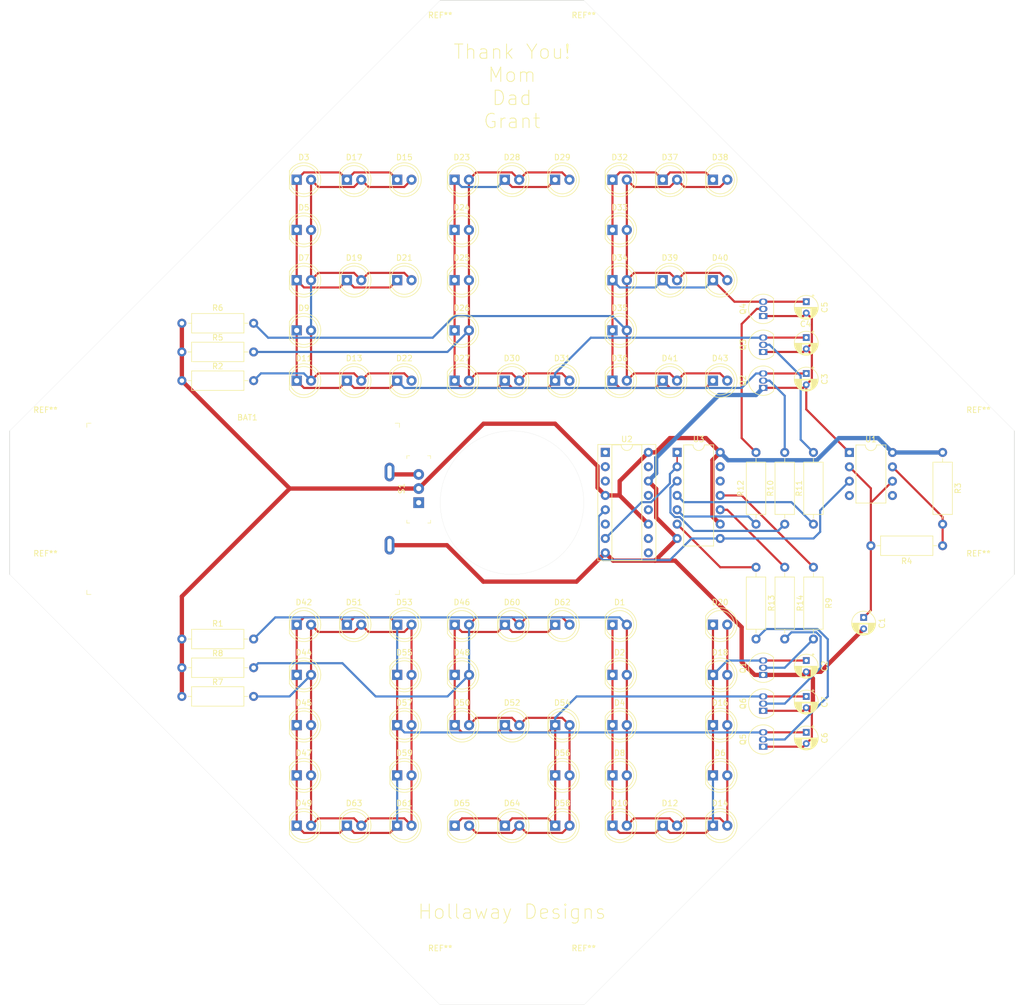
<source format=kicad_pcb>
(kicad_pcb (version 20211014) (generator pcbnew)
  (title_block (title "Grad Cap") (rev "v01") (comment 1 "Author: Grayson Hollaway"))
  (layers (0 "F.Cu" signal) (31 "B.Cu" signal) (34 "B.Paste" user) (35 "F.Paste" user) (36 "B.SilkS" user "B.Silkscreen") (37 "F.SilkS" user "F.Silkscreen") (38 "B.Mask" user) (39 "F.Mask" user) (44 "Edge.Cuts" user))
  (net 0 "")
  (net 2 "VCC")
  (net 3 "Net-(BAT1-PadPOS)")
  (net 4 "GND")
  (net 5 "Net-(D32-Pad2)")
  (net 6 "Net-(D1-Pad2)")
  (net 7 "Net-(D11-Pad2)")
  (net 8 "Net-(R3-Pad2)")
  (net 9 "Net-(C1-Pad1)")
  (net 10 "Net-(D23-Pad2)")
  (net 11 "Net-(D42-Pad2)")
  (net 12 "Net-(D46-Pad2)")
  (net 13 "Net-(Q1-Pad2)")
  (net 14 "Net-(Q2-Pad2)")
  (net 15 "Net-(Q3-Pad2)")
  (net 16 "Net-(Q4-Pad2)")
  (net 17 "Net-(Q5-Pad2)")
  (net 18 "Net-(Q6-Pad2)")
  (net 19 "Net-(R9-Pad1)")
  (net 20 "Net-(R10-Pad1)")
  (net 21 "Net-(R11-Pad1)")
  (net 22 "Net-(R12-Pad1)")
  (net 23 "Net-(R13-Pad1)")
  (net 24 "Net-(R14-Pad1)")
  (net 25 "Net-(U1-Pad3)")
  (net 28 "Net-(U2-Pad7)")
  (net 40 "Net-(C7-Pad1)")
  (net 41 "Net-(C6-Pad1)")
  (net 42 "Net-(C5-Pad1)")
  (net 43 "Net-(C4-Pad1)")
  (net 44 "Net-(C3-Pad1)")
  (net 45 "Net-(C2-Pad1)")
  (footprint "LED_THT:LED_D5.0mm" (layer "F.Cu") (at 151.13 72.39)
    (fp_text reference "D30")
    (fp_text value "LED")
  )
  (footprint "LED_THT:LED_D5.0mm" (layer "F.Cu") (at 170.18 133.35)
    (fp_text reference "D4")
    (fp_text value "LED")
  )
  (footprint "LED_THT:LED_D5.0mm" (layer "F.Cu") (at 170.18 36.83)
    (fp_text reference "D32")
    (fp_text value "LED")
  )
  (footprint "Capacitor_THT:CP_Radial_D4.0mm_P2.00mm" (layer "F.Cu") (at 204.47 128.27 -90)
    (fp_text reference "C7")
    (fp_text value "220uF")
  )
  (footprint "Package_DIP:DIP-8_W7.62mm" (layer "F.Cu") (at 212.1 85.1)
    (fp_text reference "U1")
    (fp_text value "NE555P")
  )
  (footprint "LED_THT:LED_D5.0mm" (layer "F.Cu") (at 187.96 124.46)
    (fp_text reference "D18")
    (fp_text value "LED")
  )
  (footprint "LED_THT:LED_D5.0mm" (layer "F.Cu") (at 187.96 115.57)
    (fp_text reference "D20")
    (fp_text value "LED")
  )
  (footprint "LED_THT:LED_D5.0mm" (layer "F.Cu") (at 187.96 151.13)
    (fp_text reference "D14")
    (fp_text value "LED")
  )
  (footprint "LED_THT:LED_D5.0mm" (layer "F.Cu") (at 114.3 36.83)
    (fp_text reference "D3")
    (fp_text value "LED")
  )
  (footprint "LED_THT:LED_D5.0mm" (layer "F.Cu") (at 114.3 142.24)
    (fp_text reference "D47")
    (fp_text value "LED")
  )
  (footprint "LED_THT:LED_D5.0mm" (layer "F.Cu") (at 123.19 151.13)
    (fp_text reference "D63")
    (fp_text value "LED")
  )
  (footprint "Capacitor_THT:CP_Radial_D4.0mm_P2.00mm" (layer "F.Cu") (at 204.47 71.12 -90)
    (fp_text reference "C3")
    (fp_text value "220uF")
  )
  (footprint "LED_THT:LED_D5.0mm" (layer "F.Cu") (at 114.3 45.72)
    (fp_text reference "D5")
    (fp_text value "LED")
  )
  (footprint "LED_THT:LED_D5.0mm" (layer "F.Cu") (at 170.18 45.72)
    (fp_text reference "D33")
    (fp_text value "LED")
  )
  (footprint "Capacitor_THT:CP_Radial_D4.0mm_P2.00mm" (layer "F.Cu") (at 204.47 134.62 -90)
    (fp_text reference "C6")
    (fp_text value "220uF")
  )
  (footprint "LED_THT:LED_D5.0mm" (layer "F.Cu") (at 142.24 54.61)
    (fp_text reference "D25")
    (fp_text value "LED")
  )
  (footprint "Resistor_THT:R_Axial_DIN0309_L9.0mm_D3.2mm_P12.70mm_Horizontal" (layer "F.Cu") (at 93.98 62.23)
    (fp_text reference "R6")
    (fp_text value "330")
  )
  (footprint "Capacitor_THT:CP_Radial_D4.0mm_P2.00mm" (layer "F.Cu") (at 214.63 114.3 -90)
    (fp_text reference "C1")
    (fp_text value "10uF")
  )
  (footprint "Resistor_THT:R_Axial_DIN0309_L9.0mm_D3.2mm_P12.70mm_Horizontal" (layer "F.Cu") (at 195.58 105.41 -90)
    (fp_text reference "R13")
    (fp_text value "100k")
  )
  (footprint "LED_THT:LED_D5.0mm" (layer "F.Cu") (at 187.96 36.83)
    (fp_text reference "D38")
    (fp_text value "LED")
  )
  (footprint "MountingHole:MountingHole_2.7mm" (layer "F.Cu") (at 69.85 81.28)
    (fp_text reference "REF**")
    (fp_text value "MountingHole_2.7mm")
  )
  (footprint "LED_THT:LED_D5.0mm" (layer "F.Cu") (at 187.96 133.35)
    (fp_text reference "D16")
    (fp_text value "LED")
  )
  (footprint "MountingHole:MountingHole_2.7mm" (layer "F.Cu") (at 69.85 106.68)
    (fp_text reference "REF**")
    (fp_text value "MountingHole_2.7mm")
  )
  (footprint "LED_THT:LED_D5.0mm" (layer "F.Cu") (at 123.19 115.57)
    (fp_text reference "D51")
    (fp_text value "LED")
  )
  (footprint "MountingHole:MountingHole_2.7mm" (layer "F.Cu") (at 234.95 106.68)
    (fp_text reference "REF**")
    (fp_text value "MountingHole_2.7mm")
  )
  (footprint "LED_THT:LED_D5.0mm" (layer "F.Cu") (at 187.96 54.61)
    (fp_text reference "D40")
    (fp_text value "LED")
  )
  (footprint "Resistor_THT:R_Axial_DIN0309_L9.0mm_D3.2mm_P12.70mm_Horizontal" (layer "F.Cu") (at 228.6 85.09 -90)
    (fp_text reference "R3")
    (fp_text value "1k")
  )
  (footprint "LED_THT:LED_D5.0mm" (layer "F.Cu") (at 142.24 45.72)
    (fp_text reference "D24")
    (fp_text value "LED")
  )
  (footprint "Capacitor_THT:CP_Radial_D4.0mm_P2.00mm" (layer "F.Cu") (at 204.47 121.92 -90)
    (fp_text reference "C2")
    (fp_text value "220uF")
  )
  (footprint "Capacitor_THT:CP_Radial_D4.0mm_P2.00mm" (layer "F.Cu") (at 204.47 58.42 -90)
    (fp_text reference "C5")
    (fp_text value "220uF")
  )
  (footprint "LED_THT:LED_D5.0mm" (layer "F.Cu") (at 151.13 36.83)
    (fp_text reference "D28")
    (fp_text value "LED")
  )
  (footprint "LED_THT:LED_D5.0mm" (layer "F.Cu") (at 132.08 72.39)
    (fp_text reference "D22")
    (fp_text value "LED")
  )
  (footprint "LED_THT:LED_D5.0mm" (layer "F.Cu") (at 132.08 36.83)
    (fp_text reference "D15")
    (fp_text value "LED")
  )
  (footprint "LED_THT:LED_D5.0mm" (layer "F.Cu") (at 170.18 115.57)
    (fp_text reference "D1")
    (fp_text value "LED")
  )
  (footprint "Package_TO_SOT_THT:TO-92_Inline" (layer "F.Cu") (at 196.85 124.46 90)
    (fp_text reference "Q1")
    (fp_text value "2N3904")
  )
  (footprint "LED_THT:LED_D5.0mm" (layer "F.Cu") (at 151.150011 151.13)
    (fp_text reference "D64")
    (fp_text value "LED")
  )
  (footprint "LED_THT:LED_D5.0mm" (layer "F.Cu") (at 142.260011 133.35)
    (fp_text reference "D50")
    (fp_text value "LED")
  )
  (footprint "LED_THT:LED_D5.0mm" (layer "F.Cu") (at 151.150011 115.57)
    (fp_text reference "D60")
    (fp_text value "LED")
  )
  (footprint "LED_THT:LED_D5.0mm" (layer "F.Cu") (at 179.07 36.83)
    (fp_text reference "D37")
    (fp_text value "LED")
  )
  (footprint "LED_THT:LED_D5.0mm" (layer "F.Cu") (at 132.08 151.13)
    (fp_text reference "D61")
    (fp_text value "LED")
  )
  (footprint "LED_THT:LED_D5.0mm" (layer "F.Cu") (at 160.040011 151.13)
    (fp_text reference "D58")
    (fp_text value "LED")
  )
  (footprint "LED_THT:LED_D5.0mm" (layer "F.Cu") (at 114.3 124.46)
    (fp_text reference "D44")
    (fp_text value "LED")
  )
  (footprint "Package_TO_SOT_THT:TO-92_Inline" (layer "F.Cu") (at 196.85 137.16 90)
    (fp_text reference "Q5")
    (fp_text value "2N3904")
  )
  (footprint "MountingHole:MountingHole_2.7mm" (layer "F.Cu") (at 165.1 11.43)
    (fp_text reference "REF**")
    (fp_text value "MountingHole_2.7mm")
  )
  (footprint "LED_THT:LED_D5.0mm" (layer "F.Cu") (at 132.08 54.61)
    (fp_text reference "D21")
    (fp_text value "LED")
  )
  (footprint "LED_THT:LED_D5.0mm" (layer "F.Cu") (at 170.18 72.39)
    (fp_text reference "D36")
    (fp_text value "LED")
  )
  (footprint "LED_THT:LED_D5.0mm" (layer "F.Cu") (at 160.02 72.39)
    (fp_text reference "D31")
    (fp_text value "LED")
  )
  (footprint "Resistor_THT:R_Axial_DIN0309_L9.0mm_D3.2mm_P12.70mm_Horizontal" (layer "F.Cu") (at 200.66 97.79 90)
    (fp_text reference "R10")
    (fp_text value "100k")
  )
  (footprint "Package_TO_SOT_THT:TO-92_Inline" (layer "F.Cu") (at 196.85 73.66 90)
    (fp_text reference "Q2")
    (fp_text value "2N3904")
  )
  (footprint "LED_THT:LED_D5.0mm" (layer "F.Cu") (at 170.18 63.5)
    (fp_text reference "D35")
    (fp_text value "LED")
  )
  (footprint "Package_DIP:DIP-14_W7.62mm" (layer "F.Cu") (at 181.620008 85.079992)
    (fp_text reference "U3")
    (fp_text value "74HC164")
  )
  (footprint "LED_THT:LED_D5.0mm" (layer "F.Cu") (at 160.02 36.83)
    (fp_text reference "D29")
    (fp_text value "LED")
  )
  (footprint "LED_THT:LED_D5.0mm" (layer "F.Cu") (at 151.150011 133.35)
    (fp_text reference "D52")
    (fp_text value "LED")
  )
  (footprint "MountingHole:MountingHole_2.7mm" (layer "F.Cu") (at 234.95 81.28)
    (fp_text reference "REF**")
    (fp_text value "MountingHole_2.7mm")
  )
  (footprint "Resistor_THT:R_Axial_DIN0309_L9.0mm_D3.2mm_P12.70mm_Horizontal" (layer "F.Cu") (at 93.98 72.39)
    (fp_text reference "R2")
    (fp_text value "330")
  )
  (footprint "MountingHole:MountingHole_2.7mm" (layer "F.Cu") (at 139.7 11.43)
    (fp_text reference "REF**")
    (fp_text value "MountingHole_2.7mm")
  )
  (footprint "LED_THT:LED_D5.0mm" (layer "F.Cu") (at 114.3 115.57)
    (fp_text reference "D42")
    (fp_text value "LED")
  )
  (footprint "LED_THT:LED_D5.0mm" (layer "F.Cu") (at 170.18 142.24)
    (fp_text reference "D8")
    (fp_text value "LED")
  )
  (footprint "LED_THT:LED_D5.0mm" (layer "F.Cu") (at 170.18 151.13)
    (fp_text reference "D10")
    (fp_text value "LED")
  )
  (footprint "LED_THT:LED_D5.0mm" (layer "F.Cu") (at 114.3 54.61)
    (fp_text reference "D7")
    (fp_text value "LED")
  )
  (footprint "LED_THT:LED_D5.0mm" (layer "F.Cu") (at 132.08 115.57)
    (fp_text reference "D53")
    (fp_text value "LED")
  )
  (footprint "LED_THT:LED_D5.0mm" (layer "F.Cu") (at 160.040011 142.24)
    (fp_text reference "D56")
    (fp_text value "LED")
  )
  (footprint "LED_THT:LED_D5.0mm" (layer "F.Cu") (at 142.260011 151.13)
    (fp_text reference "D65")
    (fp_text value "LED")
  )
  (footprint "Resistor_THT:R_Axial_DIN0309_L9.0mm_D3.2mm_P12.70mm_Horizontal" (layer "F.Cu") (at 228.6 101.6 180)
    (fp_text reference "R4")
    (fp_text value "100k")
  )
  (footprint "LED_THT:LED_D5.0mm" (layer "F.Cu") (at 142.260011 115.57)
    (fp_text reference "D46")
    (fp_text value "LED")
  )
  (footprint "LED_THT:LED_D5.0mm" (layer "F.Cu") (at 160.040011 133.35)
    (fp_text reference "D54")
    (fp_text value "LED")
  )
  (footprint "LED_THT:LED_D5.0mm" (layer "F.Cu") (at 179.07 72.39)
    (fp_text reference "D41")
    (fp_text value "LED")
  )
  (footprint "LED_THT:LED_D5.0mm" (layer "F.Cu") (at 187.96 72.39)
    (fp_text reference "D43")
    (fp_text value "LED")
  )
  (footprint "MountingHole:MountingHole_2.7mm" (layer "F.Cu") (at 165.1 176.53)
    (fp_text reference "REF**")
    (fp_text value "MountingHole_2.7mm")
  )
  (footprint "Resistor_THT:R_Axial_DIN0309_L9.0mm_D3.2mm_P12.70mm_Horizontal" (layer "F.Cu") (at 93.98 118.11)
    (fp_text reference "R1")
    (fp_text value "330")
  )
  (footprint "Package_TO_SOT_THT:TO-92_Inline" (layer "F.Cu") (at 196.85 60.96 90)
    (fp_text reference "Q4")
    (fp_text value "2N3904")
  )
  (footprint "LED_THT:LED_D5.0mm" (layer "F.Cu") (at 142.24 36.83)
    (fp_text reference "D23")
    (fp_text value "LED")
  )
  (footprint "digikey-footprints:Battery_Holder_9V_BC9VPC-ND" (layer "F.Cu") (at 118.11 83.82)
    (fp_text reference "BAT1")
    (fp_text value "BC9VPC")
  )
  (footprint "LED_THT:LED_D5.0mm" (layer "F.Cu") (at 123.19 54.61)
    (fp_text reference "D19")
    (fp_text value "LED")
  )
  (footprint "digikey-footprints:Switch_Slide_11.6x4mm_EG1218" (layer "F.Cu") (at 135.89 93.98 90)
    (fp_text reference "S1")
    (fp_text value "EG1218")
  )
  (footprint "LED_THT:LED_D5.0mm" (layer "F.Cu") (at 123.19 72.39)
    (fp_text reference "D13")
    (fp_text value "LED")
  )
  (footprint "LED_THT:LED_D5.0mm" (layer "F.Cu") (at 179.07 151.13)
    (fp_text reference "D12")
    (fp_text value "LED")
  )
  (footprint "LED_THT:LED_D5.0mm" (layer "F.Cu") (at 114.3 72.39)
    (fp_text reference "D11")
    (fp_text value "LED")
  )
  (footprint "LED_THT:LED_D5.0mm" (layer "F.Cu") (at 187.96 142.24)
    (fp_text reference "D6")
    (fp_text value "LED")
  )
  (footprint "LED_THT:LED_D5.0mm" (layer "F.Cu") (at 132.08 142.24)
    (fp_text reference "D59")
    (fp_text value "LED")
  )
  (footprint "Capacitor_THT:CP_Radial_D4.0mm_P2.00mm" (layer "F.Cu") (at 204.47 64.77 -90)
    (fp_text reference "C4")
    (fp_text value "220uF")
  )
  (footprint "LED_THT:LED_D5.0mm" (layer "F.Cu") (at 142.24 63.5)
    (fp_text reference "D26")
    (fp_text value "LED")
  )
  (footprint "Package_DIP:DIP-16_W7.62mm_Socket" (layer "F.Cu") (at 168.91 85.08)
    (fp_text reference "U2")
    (fp_text value "74LS193")
  )
  (footprint "LED_THT:LED_D5.0mm" (layer "F.Cu") (at 160.040011 115.57)
    (fp_text reference "D62")
    (fp_text value "LED")
  )
  (footprint "LED_THT:LED_D5.0mm" (layer "F.Cu") (at 170.18 54.61)
    (fp_text reference "D34")
    (fp_text value "LED")
  )
  (footprint "LED_THT:LED_D5.0mm" (layer "F.Cu") (at 123.19 36.83)
    (fp_text reference "D17")
    (fp_text value "LED")
  )
  (footprint "Resistor_THT:R_Axial_DIN0309_L9.0mm_D3.2mm_P12.70mm_Horizontal" (layer "F.Cu") (at 195.58 97.79 90)
    (fp_text reference "R12")
    (fp_text value "100k")
  )
  (footprint "Resistor_THT:R_Axial_DIN0309_L9.0mm_D3.2mm_P12.70mm_Horizontal" (layer "F.Cu") (at 93.98 128.27)
    (fp_text reference "R7")
    (fp_text value "330")
  )
  (footprint "Package_TO_SOT_THT:TO-92_Inline" (layer "F.Cu") (at 196.85 67.31 90)
    (fp_text reference "Q3")
    (fp_text value "2N3904")
  )
  (footprint "LED_THT:LED_D5.0mm" (layer "F.Cu") (at 114.3 133.35)
    (fp_text reference "D45")
    (fp_text value "LED")
  )
  (footprint "Resistor_THT:R_Axial_DIN0309_L9.0mm_D3.2mm_P12.70mm_Horizontal" (layer "F.Cu") (at 93.98 67.31)
    (fp_text reference "R5")
    (fp_text value "330")
  )
  (footprint "Resistor_THT:R_Axial_DIN0309_L9.0mm_D3.2mm_P12.70mm_Horizontal" (layer "F.Cu") (at 200.66 105.41 -90)
    (fp_text reference "R14")
    (fp_text value "100k")
  )
  (footprint "Resistor_THT:R_Axial_DIN0309_L9.0mm_D3.2mm_P12.70mm_Horizontal" (layer "F.Cu") (at 205.74 105.41 -90)
    (fp_text reference "R9")
    (fp_text value "100k")
  )
  (footprint "LED_THT:LED_D5.0mm" (layer "F.Cu") (at 170.18 124.46)
    (fp_text reference "D2")
    (fp_text value "LED")
  )
  (footprint "LED_THT:LED_D5.0mm" (layer "F.Cu") (at 142.24 72.39)
    (fp_text reference "D27")
    (fp_text value "LED")
  )
  (footprint "Resistor_THT:R_Axial_DIN0309_L9.0mm_D3.2mm_P12.70mm_Horizontal" (layer "F.Cu") (at 205.74 97.79 90)
    (fp_text reference "R11")
    (fp_text value "100k")
  )
  (footprint "Resistor_THT:R_Axial_DIN0309_L9.0mm_D3.2mm_P12.70mm_Horizontal" (layer "F.Cu") (at 93.98 123.19)
    (fp_text reference "R8")
    (fp_text value "330")
  )
  (footprint "LED_THT:LED_D5.0mm" (layer "F.Cu") (at 179.07 54.61)
    (fp_text reference "D39")
    (fp_text value "LED")
  )
  (footprint "LED_THT:LED_D5.0mm" (layer "F.Cu") (at 114.3 151.13)
    (fp_text reference "D49")
    (fp_text value "LED")
  )
  (footprint "MountingHole:MountingHole_2.7mm" (layer "F.Cu") (at 139.7 176.53)
    (fp_text reference "REF**")
    (fp_text value "MountingHole_2.7mm")
  )
  (footprint "LED_THT:LED_D5.0mm" (layer "F.Cu") (at 142.260011 124.46)
    (fp_text reference "D48")
    (fp_text value "LED")
  )
  (footprint "LED_THT:LED_D5.0mm" (layer "F.Cu") (at 132.08 133.35)
    (fp_text reference "D57")
    (fp_text value "LED")
  )
  (footprint "Package_TO_SOT_THT:TO-92_Inline" (layer "F.Cu") (at 196.85 130.81 90)
    (fp_text reference "Q6")
    (fp_text value "2N3904")
  )
  (footprint "LED_THT:LED_D5.0mm" (layer "F.Cu") (at 114.3 63.5)
    (fp_text reference "D9")
    (fp_text value "LED")
  )
  (footprint "LED_THT:LED_D5.0mm" (layer "F.Cu") (at 132.08 124.46)
    (fp_text reference "D55")
    (fp_text value "LED")
  )
  (gr_circle (center 152.4 93.98) (end 165.1 93.98) (layer "Edge.Cuts") (width 0.0254) (fill none))
  (gr_line (start 63.5 81.28) (end 139.7 5.08) (layer "Edge.Cuts") (width 0.0254))
  (gr_line (start 139.7 182.88) (end 165.1 182.88) (layer "Edge.Cuts") (width 0.1))
  (gr_line (start 241.3 106.68) (end 165.1 182.88) (layer "Edge.Cuts") (width 0.0254))
  (gr_line (start 139.7 182.88) (end 63.5 106.68) (layer "Edge.Cuts") (width 0.0254))
  (gr_line (start 63.5 81.28) (end 63.5 106.68) (layer "Edge.Cuts") (width 0.1))
  (gr_line (start 241.3 106.68) (end 241.3 81.28) (layer "Edge.Cuts") (width 0.1))
  (gr_line (start 165.1 5.08) (end 241.3 81.28) (layer "Edge.Cuts") (width 0.0254))
  (gr_line (start 165.1 5.08) (end 139.7 5.08) (layer "Edge.Cuts") (width 0.1))
  (gr_text "Hollaway Designs" (at 152.4 166.37) (layer "F.SilkS") (effects (font (size 2.54 2.54))))
  (gr_text "Thank You!\nMom\nDad\nGrant" (at 152.4 20.32) (layer "F.SilkS") (effects (font (size 2.54 2.54))))
  (segment (start 113.07 91.48) (end 93.98 72.39) (width 0.762) (layer "F.Cu") (net 2))
  (segment (start 171.45 90.16) (end 176.53 85.08) (width 0.762) (layer "F.Cu") (net 2))
  (segment (start 93.98 118.11) (end 93.98 110.57) (width 0.762) (layer "F.Cu") (net 2))
  (segment (start 167.529489 91.319489) (end 168.91 92.7) (width 0.762) (layer "F.Cu") (net 2))
  (segment (start 177.81 85.08) (end 180.34 82.55) (width 0.762) (layer "F.Cu") (net 2))
  (segment (start 168.91 92.7) (end 171.45 92.7) (width 0.762) (layer "F.Cu") (net 2))
  (segment (start 171.45 92.7) (end 171.45 90.16) (width 0.762) (layer "F.Cu") (net 2))
  (segment (start 180.34 82.55) (end 186.71 82.55) (width 0.762) (layer "F.Cu") (net 2))
  (segment (start 167.529489 87.519489) (end 167.529489 91.319489) (width 0.762) (layer "F.Cu") (net 2))
  (segment (start 176.53 85.08) (end 177.81 85.08) (width 0.762) (layer "F.Cu") (net 2))
  (segment (start 93.98 128.27) (end 93.98 123.19) (width 0.762) (layer "F.Cu") (net 2))
  (segment (start 93.98 110.57) (end 113.07 91.48) (width 0.762) (layer "F.Cu") (net 2))
  (segment (start 93.98 67.31) (end 93.98 62.23) (width 0.762) (layer "F.Cu") (net 2))
  (segment (start 93.98 118.11) (end 93.98 123.19) (width 0.762) (layer "F.Cu") (net 2))
  (segment (start 187.859489 96.399489) (end 189.24 97.78) (width 0.762) (layer "F.Cu") (net 2))
  (segment (start 93.98 72.39) (end 93.98 67.31) (width 0.762) (layer "F.Cu") (net 2))
  (segment (start 186.71 82.55) (end 189.24 85.08) (width 0.762) (layer "F.Cu") (net 2))
  (segment (start 171.45 92.7) (end 176.53 97.78) (width 0.762) (layer "F.Cu") (net 2))
  (segment (start 135.89 91.48) (end 113.07 91.48) (width 0.762) (layer "F.Cu") (net 2))
  (segment (start 187.859489 86.460511) (end 187.859489 96.399489) (width 0.762) (layer "F.Cu") (net 2))
  (segment (start 135.89 91.48) (end 147.36 80.01) (width 0.762) (layer "F.Cu") (net 2))
  (segment (start 147.36 80.01) (end 160.02 80.01) (width 0.762) (layer "F.Cu") (net 2))
  (segment (start 189.24 85.08) (end 187.859489 86.460511) (width 0.762) (layer "F.Cu") (net 2))
  (segment (start 160.02 80.01) (end 167.529489 87.519489) (width 0.762) (layer "F.Cu") (net 2))
  (segment (start 219.72 85.1) (end 228.59 85.1) (width 0.762) (layer "B.Cu") (net 2))
  (segment (start 206.311827 86.470511) (end 190.630511 86.470511) (width 0.762) (layer "B.Cu") (net 2))
  (segment (start 210.232338 82.55) (end 206.311827 86.470511) (width 0.762) (layer "B.Cu") (net 2))
  (segment (start 210.232338 82.55) (end 217.17 82.55) (width 0.762) (layer "B.Cu") (net 2))
  (segment (start 228.59 85.1) (end 228.6 85.09) (width 0.762) (layer "B.Cu") (net 2))
  (segment (start 190.630511 86.470511) (end 189.24 85.08) (width 0.762) (layer "B.Cu") (net 2))
  (segment (start 217.17 82.55) (end 219.72 85.1) (width 0.762) (layer "B.Cu") (net 2))
  (segment (start 131.15 88.98) (end 130.73 88.56) (width 0.762) (layer "F.Cu") (net 3))
  (segment (start 135.89 88.98) (end 131.15 88.98) (width 0.762) (layer "F.Cu") (net 3))
  (segment (start 204.47 123.92) (end 207.01 123.92) (width 0.762) (layer "F.Cu") (net 4))
  (segment (start 168.91 102.86) (end 170.290511 104.240511) (width 0.762) (layer "F.Cu") (net 4))
  (segment (start 196.85 124.46) (end 203.93 124.46) (width 0.762) (layer "F.Cu") (net 4))
  (segment (start 205.460011 67.760011) (end 205.460011 72.129989) (width 0.381) (layer "F.Cu") (net 4))
  (segment (start 203.93 67.31) (end 204.47 66.77) (width 0.381) (layer "F.Cu") (net 4))
  (segment (start 163.82 107.95) (end 168.91 102.86) (width 0.762) (layer "F.Cu") (net 4))
  (segment (start 177.910511 96.610511) (end 177.910511 91.540511) (width 0.762) (layer "F.Cu") (net 4))
  (segment (start 140.88 101.51) (end 147.32 107.95) (width 0.762) (layer "F.Cu") (net 4))
  (segment (start 193.04 116.01624) (end 193.04 122.162) (width 0.762) (layer "F.Cu") (net 4))
  (segment (start 177.910511 91.540511) (end 176.53 90.16) (width 0.762) (layer "F.Cu") (net 4))
  (segment (start 195.338 124.46) (end 196.85 124.46) (width 0.762) (layer "F.Cu") (net 4))
  (segment (start 196.85 60.96) (end 203.93 60.96) (width 0.381) (layer "F.Cu") (net 4))
  (segment (start 207.01 123.92) (end 214.63 116.3) (width 0.762) (layer "F.Cu") (net 4))
  (segment (start 203.93 130.81) (end 204.47 130.27) (width 0.381) (layer "F.Cu") (net 4))
  (segment (start 203.93 60.96) (end 204.47 60.42) (width 0.381) (layer "F.Cu") (net 4))
  (segment (start 205.650511 125.100511) (end 205.650511 129.938017) (width 0.762) (layer "F.Cu") (net 4))
  (segment (start 205.318528 130.27) (end 204.47 130.27) (width 0.762) (layer "F.Cu") (net 4))
  (segment (start 196.85 137.16) (end 203.93 137.16) (width 0.381) (layer "F.Cu") (net 4))
  (segment (start 181.264271 104.240511) (end 193.04 116.01624) (width 0.762) (layer "F.Cu") (net 4))
  (segment (start 177.699489 104.240511) (end 181.264271 104.240511) (width 0.762) (layer "F.Cu") (net 4))
  (segment (start 204.47 66.77) (end 205.460011 67.760011) (width 0.381) (layer "F.Cu") (net 4))
  (segment (start 196.85 130.81) (end 203.93 130.81) (width 0.381) (layer "F.Cu") (net 4))
  (segment (start 196.85 67.31) (end 203.93 67.31) (width 0.381) (layer "F.Cu") (net 4))
  (segment (start 205.460011 135.629989) (end 204.47 136.62) (width 0.381) (layer "F.Cu") (net 4))
  (segment (start 204.47 73.12) (end 204.47 77.47) (width 0.381) (layer "F.Cu") (net 4))
  (segment (start 203.93 124.46) (end 204.47 123.92) (width 0.762) (layer "F.Cu") (net 4))
  (segment (start 177.699489 104.240511) (end 181.62 100.32) (width 0.762) (layer "F.Cu") (net 4))
  (segment (start 205.460011 65.779989) (end 204.47 66.77) (width 0.381) (layer "F.Cu") (net 4))
  (segment (start 204.47 60.42) (end 205.460011 61.410011) (width 0.381) (layer "F.Cu") (net 4))
  (segment (start 205.460011 131.260011) (end 205.460011 135.629989) (width 0.381) (layer "F.Cu") (net 4))
  (segment (start 205.650511 129.938017) (end 205.318528 130.27) (width 0.762) (layer "F.Cu") (net 4))
  (segment (start 147.32 107.95) (end 163.82 107.95) (width 0.762) (layer "F.Cu") (net 4))
  (segment (start 205.460011 72.129989) (end 204.47 73.12) (width 0.381) (layer "F.Cu") (net 4))
  (segment (start 203.93 73.66) (end 204.47 73.12) (width 0.381) (layer "F.Cu") (net 4))
  (segment (start 204.47 123.92) (end 205.650511 125.100511) (width 0.762) (layer "F.Cu") (net 4))
  (segment (start 204.47 130.27) (end 205.460011 131.260011) (width 0.381) (layer "F.Cu") (net 4))
  (segment (start 196.85 73.66) (end 203.93 73.66) (width 0.381) (layer "F.Cu") (net 4))
  (segment (start 203.93 137.16) (end 204.47 136.62) (width 0.381) (layer "F.Cu") (net 4))
  (segment (start 205.460011 61.410011) (end 205.460011 65.779989) (width 0.381) (layer "F.Cu") (net 4))
  (segment (start 204.47 77.47) (end 212.1 85.1) (width 0.381) (layer "F.Cu") (net 4))
  (segment (start 193.04 122.162) (end 195.338 124.46) (width 0.762) (layer "F.Cu") (net 4))
  (segment (start 170.290511 104.240511) (end 177.699489 104.240511) (width 0.762) (layer "F.Cu") (net 4))
  (segment (start 130.73 101.51) (end 140.88 101.51) (width 0.762) (layer "F.Cu") (net 4))
  (segment (start 181.62 100.32) (end 177.910511 96.610511) (width 0.762) (layer "F.Cu") (net 4))
  (segment (start 177.910511 88.779489) (end 177.910511 86.028467) (width 0.762) (layer "B.Cu") (net 4))
  (segment (start 189.008978 74.93) (end 195.58 74.93) (width 0.762) (layer "B.Cu") (net 4))
  (segment (start 176.53 90.16) (end 177.910511 88.779489) (width 0.762) (layer "B.Cu") (net 4))
  (segment (start 177.910511 86.028467) (end 189.008978 74.93) (width 0.762) (layer "B.Cu") (net 4))
  (segment (start 195.58 74.93) (end 196.85 73.66) (width 0.762) (layer "B.Cu") (net 4))
  (segment (start 189.209989 53.319989) (end 190.5 54.61) (width 0.381) (layer "F.Cu") (net 5))
  (segment (start 181.61 72.39) (end 182.900011 71.099989) (width 0.381) (layer "F.Cu") (net 5))
  (segment (start 172.72 54.61) (end 172.72 63.5) (width 0.381) (layer "F.Cu") (net 5))
  (segment (start 172.72 63.5) (end 172.72 72.39) (width 0.381) (layer "F.Cu") (net 5))
  (segment (start 182.900011 71.099989) (end 189.209989 71.099989) (width 0.381) (layer "F.Cu") (net 5))
  (segment (start 189.209989 71.099989) (end 190.5 72.39) (width 0.381) (layer "F.Cu") (net 5))
  (segment (start 172.72 45.72) (end 172.72 54.61) (width 0.381) (layer "F.Cu") (net 5))
  (segment (start 174.010011 38.120011) (end 172.72 36.83) (width 0.381) (layer "F.Cu") (net 5))
  (segment (start 182.900011 38.120011) (end 181.61 36.83) (width 0.381) (layer "F.Cu") (net 5))
  (segment (start 182.900011 53.319989) (end 189.209989 53.319989) (width 0.381) (layer "F.Cu") (net 5))
  (segment (start 174.010011 71.099989) (end 180.319989 71.099989) (width 0.381) (layer "F.Cu") (net 5))
  (segment (start 180.319989 71.099989) (end 181.61 72.39) (width 0.381) (layer "F.Cu") (net 5))
  (segment (start 180.319989 38.120011) (end 174.010011 38.120011) (width 0.381) (layer "F.Cu") (net 5))
  (segment (start 172.72 72.39) (end 174.010011 71.099989) (width 0.381) (layer "F.Cu") (net 5))
  (segment (start 181.61 54.61) (end 182.900011 53.319989) (width 0.381) (layer "F.Cu") (net 5))
  (segment (start 172.72 36.83) (end 172.72 45.72) (width 0.381) (layer "F.Cu") (net 5))
  (segment (start 190.5 36.83) (end 189.209989 38.120011) (width 0.381) (layer "F.Cu") (net 5))
  (segment (start 180.319989 53.319989) (end 181.61 54.61) (width 0.381) (layer "F.Cu") (net 5))
  (segment (start 172.72 54.61) (end 174.010011 53.319989) (width 0.381) (layer "F.Cu") (net 5))
  (segment (start 189.209989 38.120011) (end 182.900011 38.120011) (width 0.381) (layer "F.Cu") (net 5))
  (segment (start 174.010011 53.319989) (end 180.319989 53.319989) (width 0.381) (layer "F.Cu") (net 5))
  (segment (start 181.61 36.83) (end 180.319989 38.120011) (width 0.381) (layer "F.Cu") (net 5))
  (segment (start 109.240011 64.790011) (end 138.369967 64.790011) (width 0.381) (layer "B.Cu") (net 5))
  (segment (start 138.369967 64.790011) (end 142.199978 60.96) (width 0.381) (layer "B.Cu") (net 5))
  (segment (start 106.68 62.23) (end 109.240011 64.790011) (width 0.381) (layer "B.Cu") (net 5))
  (segment (start 142.199978 60.96) (end 170.18 60.96) (width 0.381) (layer "B.Cu") (net 5))
  (segment (start 170.18 60.96) (end 172.72 63.5) (width 0.381) (layer "B.Cu") (net 5))
  (segment (start 172.72 142.24) (end 172.72 133.35) (width 0.381) (layer "F.Cu") (net 6))
  (segment (start 190.5 151.13) (end 190.5 142.24) (width 0.381) (layer "F.Cu") (net 6))
  (segment (start 190.5 133.35) (end 190.5 142.24) (width 0.381) (layer "F.Cu") (net 6))
  (segment (start 190.5 115.57) (end 190.5 124.46) (width 0.381) (layer "F.Cu") (net 6))
  (segment (start 189.209989 149.839989) (end 190.5 151.13) (width 0.381) (layer "F.Cu") (net 6))
  (segment (start 182.900011 149.839989) (end 189.209989 149.839989) (width 0.381) (layer "F.Cu") (net 6))
  (segment (start 172.72 151.13) (end 174.010011 149.839989) (width 0.381) (layer "F.Cu") (net 6))
  (segment (start 190.5 133.35) (end 190.5 124.46) (width 0.381) (layer "F.Cu") (net 6))
  (segment (start 172.72 151.13) (end 172.72 142.24) (width 0.381) (layer "F.Cu") (net 6))
  (segment (start 180.319989 149.839989) (end 181.61 151.13) (width 0.381) (layer "F.Cu") (net 6))
  (segment (start 172.72 124.46) (end 172.72 115.57) (width 0.381) (layer "F.Cu") (net 6))
  (segment (start 174.010011 149.839989) (end 180.319989 149.839989) (width 0.381) (layer "F.Cu") (net 6))
  (segment (start 172.72 133.35) (end 172.72 124.46) (width 0.381) (layer "F.Cu") (net 6))
  (segment (start 181.61 151.13) (end 182.900011 149.839989) (width 0.381) (layer "F.Cu") (net 6))
  (segment (start 106.68 118.11) (end 110.510011 114.279989) (width 0.381) (layer "B.Cu") (net 6))
  (segment (start 110.510011 114.279989) (end 171.429989 114.279989) (width 0.381) (layer "B.Cu") (net 6))
  (segment (start 171.429989 114.279989) (end 172.72 115.57) (width 0.381) (layer "B.Cu") (net 6))
  (segment (start 118.130011 53.319989) (end 124.439989 53.319989) (width 0.381) (layer "F.Cu") (net 7))
  (segment (start 125.73 72.39) (end 127.020011 71.099989) (width 0.381) (layer "F.Cu") (net 7))
  (segment (start 116.84 45.72) (end 116.84 54.61) (width 0.381) (layer "F.Cu") (net 7))
  (segment (start 133.329989 71.099989) (end 134.62 72.39) (width 0.381) (layer "F.Cu") (net 7))
  (segment (start 127.020011 38.120011) (end 125.73 36.83) (width 0.381) (layer "F.Cu") (net 7))
  (segment (start 124.439989 53.319989) (end 125.73 54.61) (width 0.381) (layer "F.Cu") (net 7))
  (segment (start 116.84 63.5) (end 116.84 72.39) (width 0.381) (layer "F.Cu") (net 7))
  (segment (start 118.130011 71.099989) (end 124.439989 71.099989) (width 0.381) (layer "F.Cu") (net 7))
  (segment (start 116.84 36.83) (end 116.84 45.72) (width 0.381) (layer "F.Cu") (net 7))
  (segment (start 127.020011 71.099989) (end 133.329989 71.099989) (width 0.381) (layer "F.Cu") (net 7))
  (segment (start 125.73 36.83) (end 124.439989 38.120011) (width 0.381) (layer "F.Cu") (net 7))
  (segment (start 127.020011 53.319989) (end 133.329989 53.319989) (width 0.381) (layer "F.Cu") (net 7))
  (segment (start 134.62 36.83) (end 133.329989 38.120011) (width 0.381) (layer "F.Cu") (net 7))
  (segment (start 124.439989 71.099989) (end 125.73 72.39) (width 0.381) (layer "F.Cu") (net 7))
  (segment (start 118.130011 38.120011) (end 116.84 36.83) (width 0.381) (layer "F.Cu") (net 7))
  (segment (start 116.84 72.39) (end 118.130011 71.099989) (width 0.381) (layer "F.Cu") (net 7))
  (segment (start 133.329989 53.319989) (end 134.62 54.61) (width 0.381) (layer "F.Cu") (net 7))
  (segment (start 125.73 54.61) (end 127.020011 53.319989) (width 0.381) (layer "F.Cu") (net 7))
  (segment (start 133.329989 38.120011) (end 127.020011 38.120011) (width 0.381) (layer "F.Cu") (net 7))
  (segment (start 124.439989 38.120011) (end 118.130011 38.120011) (width 0.381) (layer "F.Cu") (net 7))
  (segment (start 116.84 54.61) (end 118.130011 53.319989) (width 0.381) (layer "F.Cu") (net 7))
  (segment (start 106.68 72.39) (end 107.970011 71.099989) (width 0.381) (layer "B.Cu") (net 7))
  (segment (start 115.549989 71.099989) (end 116.84 72.39) (width 0.381) (layer "B.Cu") (net 7))
  (segment (start 116.84 54.61) (end 116.84 63.5) (width 0.381) (layer "B.Cu") (net 7))
  (segment (start 107.970011 71.099989) (end 115.549989 71.099989) (width 0.381) (layer "B.Cu") (net 7))
  (segment (start 228.6 97.79) (end 228.6 101.6) (width 0.381) (layer "F.Cu") (net 8))
  (segment (start 219.72 87.64) (end 228.6 96.52) (width 0.381) (layer "F.Cu") (net 8))
  (segment (start 228.6 96.52) (end 228.6 97.79) (width 0.381) (layer "F.Cu") (net 8))
  (segment (start 219.72 90.18) (end 215.9 94) (width 0.381) (layer "F.Cu") (net 9))
  (segment (start 215.9 91.44) (end 212.1 87.64) (width 0.381) (layer "F.Cu") (net 9))
  (segment (start 215.9 94) (end 215.9 91.44) (width 0.381) (layer "F.Cu") (net 9))
  (segment (start 215.9 101.6) (end 215.9 113.03) (width 0.381) (layer "F.Cu") (net 9))
  (segment (start 215.9 113.03) (end 214.63 114.3) (width 0.381) (layer "F.Cu") (net 9))
  (segment (start 215.9 94) (end 215.9 101.6) (width 0.381) (layer "F.Cu") (net 9))
  (segment (start 153.67 36.83) (end 152.379989 35.539989) (width 0.381) (layer "F.Cu") (net 10))
  (segment (start 144.78 45.72) (end 144.78 54.61) (width 0.381) (layer "F.Cu") (net 10))
  (segment (start 144.78 54.61) (end 144.78 63.5) (width 0.381) (layer "F.Cu") (net 10))
  (segment (start 152.379989 35.539989) (end 146.070011 35.539989) (width 0.381) (layer "F.Cu") (net 10))
  (segment (start 144.78 63.5) (end 144.78 72.39) (width 0.381) (layer "F.Cu") (net 10))
  (segment (start 144.78 72.39) (end 146.070011 71.099989) (width 0.381) (layer "F.Cu") (net 10))
  (segment (start 152.379989 71.099989) (end 153.67 72.39) (width 0.381) (layer "F.Cu") (net 10))
  (segment (start 161.269989 35.539989) (end 154.960011 35.539989) (width 0.381) (layer "F.Cu") (net 10))
  (segment (start 146.070011 71.099989) (end 152.379989 71.099989) (width 0.381) (layer "F.Cu") (net 10))
  (segment (start 154.960011 35.539989) (end 153.67 36.83) (width 0.381) (layer "F.Cu") (net 10))
  (segment (start 153.67 72.39) (end 154.960011 71.099989) (width 0.381) (layer "F.Cu") (net 10))
  (segment (start 146.070011 35.539989) (end 144.78 36.83) (width 0.381) (layer "F.Cu") (net 10))
  (segment (start 161.269989 71.099989) (end 162.56 72.39) (width 0.381) (layer "F.Cu") (net 10))
  (segment (start 154.960011 71.099989) (end 161.269989 71.099989) (width 0.381) (layer "F.Cu") (net 10))
  (segment (start 144.78 36.83) (end 144.78 45.72) (width 0.381) (layer "F.Cu") (net 10))
  (segment (start 162.56 36.83) (end 161.269989 35.539989) (width 0.381) (layer "F.Cu") (net 10))
  (segment (start 106.68 67.31) (end 140.97 67.31) (width 0.381) (layer "B.Cu") (net 10))
  (segment (start 140.97 67.31) (end 144.78 63.5) (width 0.381) (layer "B.Cu") (net 10))
  (segment (start 134.62 115.57) (end 134.62 124.46) (width 0.381) (layer "F.Cu") (net 11))
  (segment (start 125.73 115.57) (end 127.020011 116.860011) (width 0.381) (layer "F.Cu") (net 11))
  (segment (start 134.62 142.24) (end 134.62 133.35) (width 0.381) (layer "F.Cu") (net 11))
  (segment (start 134.62 151.13) (end 134.62 142.24) (width 0.381) (layer "F.Cu") (net 11))
  (segment (start 116.84 115.57) (end 116.84 124.46) (width 0.381) (layer "F.Cu") (net 11))
  (segment (start 125.73 151.13) (end 127.020011 149.839989) (width 0.381) (layer "F.Cu") (net 11))
  (segment (start 116.84 142.24) (end 116.84 151.13) (width 0.381) (layer "F.Cu") (net 11))
  (segment (start 133.329989 116.860011) (end 134.62 115.57) (width 0.381) (layer "F.Cu") (net 11))
  (segment (start 116.84 133.35) (end 116.84 142.24) (width 0.381) (layer "F.Cu") (net 11))
  (segment (start 127.020011 149.839989) (end 133.329989 149.839989) (width 0.381) (layer "F.Cu") (net 11))
  (segment (start 116.84 124.46) (end 116.84 133.35) (width 0.381) (layer "F.Cu") (net 11))
  (segment (start 116.84 115.57) (end 118.130011 116.860011) (width 0.381) (layer "F.Cu") (net 11))
  (segment (start 118.130011 149.839989) (end 124.439989 149.839989) (width 0.381) (layer "F.Cu") (net 11))
  (segment (start 124.439989 149.839989) (end 125.73 151.13) (width 0.381) (layer "F.Cu") (net 11))
  (segment (start 124.439989 116.860011) (end 125.73 115.57) (width 0.381) (layer "F.Cu") (net 11))
  (segment (start 118.130011 116.860011) (end 124.439989 116.860011) (width 0.381) (layer "F.Cu") (net 11))
  (segment (start 134.62 124.46) (end 134.62 133.35) (width 0.381) (layer "F.Cu") (net 11))
  (segment (start 133.329989 149.839989) (end 134.62 151.13) (width 0.381) (layer "F.Cu") (net 11))
  (segment (start 116.84 151.13) (end 118.130011 149.839989) (width 0.381) (layer "F.Cu") (net 11))
  (segment (start 127.020011 116.860011) (end 133.329989 116.860011) (width 0.381) (layer "F.Cu") (net 11))
  (segment (start 113.03 128.27) (end 116.84 124.46) (width 0.381) (layer "B.Cu") (net 11))
  (segment (start 106.68 128.27) (end 113.03 128.27) (width 0.381) (layer "B.Cu") (net 11))
  (segment (start 144.800011 133.35) (end 146.090022 132.059989) (width 0.381) (layer "F.Cu") (net 12))
  (segment (start 152.4 132.059989) (end 153.690011 133.35) (width 0.381) (layer "F.Cu") (net 12))
  (segment (start 146.090022 114.279989) (end 144.800011 115.57) (width 0.381) (layer "F.Cu") (net 12))
  (segment (start 152.4 152.420011) (end 146.090022 152.420011) (width 0.381) (layer "F.Cu") (net 12))
  (segment (start 152.4 114.279989) (end 146.090022 114.279989) (width 0.381) (layer "F.Cu") (net 12))
  (segment (start 161.29 132.059989) (end 162.580011 133.35) (width 0.381) (layer "F.Cu") (net 12))
  (segment (start 146.090022 132.059989) (end 152.4 132.059989) (width 0.381) (layer "F.Cu") (net 12))
  (segment (start 154.980022 132.059989) (end 161.29 132.059989) (width 0.381) (layer "F.Cu") (net 12))
  (segment (start 162.580011 151.13) (end 161.29 152.420011) (width 0.381) (layer "F.Cu") (net 12))
  (segment (start 154.980022 114.279989) (end 153.690011 115.57) (width 0.381) (layer "F.Cu") (net 12))
  (segment (start 161.29 114.279989) (end 154.980022 114.279989) (width 0.381) (layer "F.Cu") (net 12))
  (segment (start 153.690011 133.35) (end 154.980022 132.059989) (width 0.381) (layer "F.Cu") (net 12))
  (segment (start 154.980022 152.420011) (end 153.690011 151.13) (width 0.381) (layer "F.Cu") (net 12))
  (segment (start 162.580011 115.57) (end 161.29 114.279989) (width 0.381) (layer "F.Cu") (net 12))
  (segment (start 144.800011 124.46) (end 144.800011 133.35) (width 0.381) (layer "F.Cu") (net 12))
  (segment (start 146.090022 152.420011) (end 144.800011 151.13) (width 0.381) (layer "F.Cu") (net 12))
  (segment (start 162.580011 142.24) (end 162.580011 151.13) (width 0.381) (layer "F.Cu") (net 12))
  (segment (start 153.690011 151.13) (end 152.4 152.420011) (width 0.381) (layer "F.Cu") (net 12))
  (segment (start 161.29 152.420011) (end 154.980022 152.420011) (width 0.381) (layer "F.Cu") (net 12))
  (segment (start 153.690011 115.57) (end 152.4 114.279989) (width 0.381) (layer "F.Cu") (net 12))
  (segment (start 162.580011 133.35) (end 162.580011 142.24) (width 0.381) (layer "F.Cu") (net 12))
  (segment (start 128.27 128.27) (end 140.990011 128.27) (width 0.381) (layer "B.Cu") (net 12))
  (segment (start 107.479999 122.390001) (end 122.390001 122.390001) (width 0.381) (layer "B.Cu") (net 12))
  (segment (start 122.390001 122.390001) (end 128.27 128.27) (width 0.381) (layer "B.Cu") (net 12))
  (segment (start 144.800011 115.57) (end 144.800011 124.46) (width 0.381) (layer "B.Cu") (net 12))
  (segment (start 140.990011 128.27) (end 144.800011 124.46) (width 0.381) (layer "B.Cu") (net 12))
  (segment (start 106.68 123.19) (end 107.479999 122.390001) (width 0.381) (layer "B.Cu") (net 12))
  (segment (start 200.66 123.19) (end 196.85 123.19) (width 0.381) (layer "B.Cu") (net 13))
  (segment (start 205.74 118.11) (end 200.66 123.19) (width 0.381) (layer "B.Cu") (net 13))
  (segment (start 196.85 72.39) (end 197.981 72.39) (width 0.381) (layer "B.Cu") (net 14))
  (segment (start 197.981 72.39) (end 200.66 75.069) (width 0.381) (layer "B.Cu") (net 14))
  (segment (start 200.66 75.069) (end 200.66 85.09) (width 0.381) (layer "B.Cu") (net 14))
  (segment (start 196.85 66.04) (end 197.981 66.04) (width 0.381) (layer "B.Cu") (net 15))
  (segment (start 197.981 66.04) (end 203.479989 71.538989) (width 0.381) (layer "B.Cu") (net 15))
  (segment (start 203.479989 71.538989) (end 203.479989 82.829989) (width 0.381) (layer "B.Cu") (net 15))
  (segment (start 203.479989 82.829989) (end 205.74 85.09) (width 0.381) (layer "B.Cu") (net 15))
  (segment (start 193.04 62.369) (end 193.04 82.55) (width 0.381) (layer "F.Cu") (net 16))
  (segment (start 195.719 59.69) (end 193.04 62.369) (width 0.381) (layer "F.Cu") (net 16))
  (segment (start 196.85 59.69) (end 195.719 59.69) (width 0.381) (layer "F.Cu") (net 16))
  (segment (start 193.04 82.55) (end 195.58 85.09) (width 0.381) (layer "F.Cu") (net 16))
  (segment (start 206.47338 116.339469) (end 208.28 118.146089) (width 0.381) (layer "B.Cu") (net 17))
  (segment (start 195.58 118.11) (end 197.350531 116.339469) (width 0.381) (layer "B.Cu") (net 17))
  (segment (start 208.28 128.27) (end 200.66 135.89) (width 0.381) (layer "B.Cu") (net 17))
  (segment (start 208.28 118.146089) (end 208.28 128.27) (width 0.381) (layer "B.Cu") (net 17))
  (segment (start 197.350531 116.339469) (end 206.47338 116.339469) (width 0.381) (layer "B.Cu") (net 17))
  (segment (start 200.66 135.89) (end 196.85 135.89) (width 0.381) (layer "B.Cu") (net 17))
  (segment (start 200.66 118.11) (end 201.850011 116.919989) (width 0.381) (layer "B.Cu") (net 18))
  (segment (start 207.01 123.19) (end 200.66 129.54) (width 0.381) (layer "B.Cu") (net 18))
  (segment (start 207.01 117.697069) (end 207.01 123.19) (width 0.381) (layer "B.Cu") (net 18))
  (segment (start 200.66 129.54) (end 196.85 129.54) (width 0.381) (layer "B.Cu") (net 18))
  (segment (start 201.850011 116.919989) (end 206.23292 116.919989) (width 0.381) (layer "B.Cu") (net 18))
  (segment (start 206.23292 116.919989) (end 207.01 117.697069) (width 0.381) (layer "B.Cu") (net 18))
  (segment (start 189.24 92.7) (end 193.03 92.7) (width 0.381) (layer "F.Cu") (net 19))
  (segment (start 193.03 92.7) (end 205.74 105.41) (width 0.381) (layer "F.Cu") (net 19))
  (segment (start 182.07902 96.52) (end 184.539031 98.980011) (width 0.381) (layer "B.Cu") (net 20))
  (segment (start 199.469989 98.980011) (end 200.66 97.79) (width 0.381) (layer "B.Cu") (net 20))
  (segment (start 180.429989 91.350011) (end 180.429989 95.73292) (width 0.381) (layer "B.Cu") (net 20))
  (segment (start 184.539031 98.980011) (end 199.469989 98.980011) (width 0.381) (layer "B.Cu") (net 20))
  (segment (start 181.217069 96.52) (end 182.07902 96.52) (width 0.381) (layer "B.Cu") (net 20))
  (segment (start 181.62 90.16) (end 180.429989 91.350011) (width 0.381) (layer "B.Cu") (net 20))
  (segment (start 180.429989 95.73292) (end 181.217069 96.52) (width 0.381) (layer "B.Cu") (net 20))
  (segment (start 181.62 92.7) (end 182.810011 93.890011) (width 0.381) (layer "B.Cu") (net 21))
  (segment (start 182.810011 93.890011) (end 201.840011 93.890011) (width 0.381) (layer "B.Cu") (net 21))
  (segment (start 201.840011 93.890011) (end 205.74 97.79) (width 0.381) (layer "B.Cu") (net 21))
  (segment (start 181.62 95.24) (end 182.810011 96.430011) (width 0.381) (layer "B.Cu") (net 22))
  (segment (start 194.220011 96.430011) (end 195.58 97.79) (width 0.381) (layer "B.Cu") (net 22))
  (segment (start 182.810011 96.430011) (end 194.220011 96.430011) (width 0.381) (layer "B.Cu") (net 22))
  (segment (start 181.62 97.78) (end 189.25 105.41) (width 0.381) (layer "F.Cu") (net 23))
  (segment (start 189.25 105.41) (end 195.58 105.41) (width 0.381) (layer "F.Cu") (net 23))
  (segment (start 189.24 95.24) (end 190.49 95.24) (width 0.381) (layer "F.Cu") (net 24))
  (segment (start 190.49 95.24) (end 200.66 105.41) (width 0.381) (layer "F.Cu") (net 24))
  (segment (start 184.16 100.32) (end 180.34 104.14) (width 0.381) (layer "B.Cu") (net 25))
  (segment (start 205.75 100.32) (end 189.24 100.32) (width 0.381) (layer "B.Cu") (net 25))
  (segment (start 180.34 104.14) (end 168.507069 104.14) (width 0.381) (layer "B.Cu") (net 25))
  (segment (start 168.507069 104.14) (end 167.719989 103.35292) (width 0.381) (layer "B.Cu") (net 25))
  (segment (start 212.1 90.18) (end 206.930011 95.349989) (width 0.381) (layer "B.Cu") (net 25))
  (segment (start 167.719989 96.430011) (end 168.91 95.24) (width 0.381) (layer "B.Cu") (net 25))
  (segment (start 206.930011 95.349989) (end 206.930011 99.139989) (width 0.381) (layer "B.Cu") (net 25))
  (segment (start 167.719989 103.35292) (end 167.719989 96.430011) (width 0.381) (layer "B.Cu") (net 25))
  (segment (start 206.930011 99.139989) (end 205.75 100.32) (width 0.381) (layer "B.Cu") (net 25))
  (segment (start 189.24 100.32) (end 184.16 100.32) (width 0.381) (layer "B.Cu") (net 25))
  (segment (start 181.62 85.08) (end 181.62 87.62) (width 0.25) (layer "F.Cu") (net 28))
  (segment (start 168.91 100.32) (end 175.339989 93.890011) (width 0.381) (layer "B.Cu") (net 28))
  (segment (start 175.339989 93.890011) (end 177.02292 93.890011) (width 0.381) (layer "B.Cu") (net 28))
  (segment (start 180.34 90.572931) (end 180.34 88.9) (width 0.381) (layer "B.Cu") (net 28))
  (segment (start 180.34 88.9) (end 181.62 87.62) (width 0.381) (layer "B.Cu") (net 28))
  (segment (start 177.02292 93.890011) (end 180.34 90.572931) (width 0.381) (layer "B.Cu") (net 28))
  (segment (start 142.260011 124.46) (end 142.260011 133.35) (width 0.381) (layer "F.Cu") (net 40))
  (segment (start 151.150011 115.57) (end 149.86 116.860011) (width 0.381) (layer "F.Cu") (net 40))
  (segment (start 158.75 134.640011) (end 160.040011 133.35) (width 0.381) (layer "F.Cu") (net 40))
  (segment (start 149.86 134.640011) (end 151.150011 133.35) (width 0.381) (layer "F.Cu") (net 40))
  (segment (start 160.040011 142.24) (end 160.040011 151.13) (width 0.381) (layer "F.Cu") (net 40))
  (segment (start 158.75 116.860011) (end 152.440022 116.860011) (width 0.381) (layer "F.Cu") (net 40))
  (segment (start 152.440022 116.860011) (end 151.150011 115.57) (width 0.381) (layer "F.Cu") (net 40))
  (segment (start 152.440022 134.640011) (end 158.75 134.640011) (width 0.381) (layer "F.Cu") (net 40))
  (segment (start 158.75 149.839989) (end 152.440022 149.839989) (width 0.381) (layer "F.Cu") (net 40))
  (segment (start 151.150011 133.35) (end 152.440022 134.640011) (width 0.381) (layer "F.Cu") (net 40))
  (segment (start 149.86 149.839989) (end 143.550022 149.839989) (width 0.381) (layer "F.Cu") (net 40))
  (segment (start 160.040011 115.57) (end 158.75 116.860011) (width 0.381) (layer "F.Cu") (net 40))
  (segment (start 196.85 128.27) (end 204.47 128.27) (width 0.381) (layer "F.Cu") (net 40))
  (segment (start 151.150011 151.13) (end 149.86 149.839989) (width 0.381) (layer "F.Cu") (net 40))
  (segment (start 143.550022 149.839989) (end 142.260011 151.13) (width 0.381) (layer "F.Cu") (net 40))
  (segment (start 142.260011 115.57) (end 142.260011 124.46) (width 0.381) (layer "F.Cu") (net 40))
  (segment (start 160.040011 133.35) (end 160.040011 142.24) (width 0.381) (layer "F.Cu") (net 40))
  (segment (start 143.550022 134.640011) (end 149.86 134.640011) (width 0.381) (layer "F.Cu") (net 40))
  (segment (start 142.260011 133.35) (end 143.550022 134.640011) (width 0.381) (layer "F.Cu") (net 40))
  (segment (start 149.86 116.860011) (end 143.550022 116.860011) (width 0.381) (layer "F.Cu") (net 40))
  (segment (start 143.550022 116.860011) (end 142.260011 115.57) (width 0.381) (layer "F.Cu") (net 40))
  (segment (start 160.040011 151.13) (end 158.75 149.839989) (width 0.381) (layer "F.Cu") (net 40))
  (segment (start 152.440022 149.839989) (end 151.150011 151.13) (width 0.381) (layer "F.Cu") (net 40))
  (segment (start 160.040011 133.35) (end 160.040011 132.069) (width 0.381) (layer "B.Cu") (net 40))
  (segment (start 160.040011 132.069) (end 163.839011 128.27) (width 0.381) (layer "B.Cu") (net 40))
  (segment (start 163.839011 128.27) (end 196.85 128.27) (width 0.381) (layer "B.Cu") (net 40))
  (segment (start 114.3 133.35) (end 114.3 142.24) (width 0.381) (layer "F.Cu") (net 41))
  (segment (start 132.08 133.35) (end 132.08 124.46) (width 0.381) (layer "F.Cu") (net 41))
  (segment (start 124.480011 114.279989) (end 123.19 115.57) (width 0.381) (layer "F.Cu") (net 41))
  (segment (start 196.85 134.62) (end 204.47 134.62) (width 0.381) (layer "F.Cu") (net 41))
  (segment (start 114.3 124.46) (end 114.3 133.35) (width 0.381) (layer "F.Cu") (net 41))
  (segment (start 123.19 115.57) (end 121.899989 114.279989) (width 0.381) (layer "F.Cu") (net 41))
  (segment (start 124.480011 152.420011) (end 130.789989 152.420011) (width 0.381) (layer "F.Cu") (net 41))
  (segment (start 114.3 115.57) (end 114.3 124.46) (width 0.381) (layer "F.Cu") (net 41))
  (segment (start 132.08 142.24) (end 132.08 133.35) (width 0.381) (layer "F.Cu") (net 41))
  (segment (start 115.590011 152.420011) (end 121.899989 152.420011) (width 0.381) (layer "F.Cu") (net 41))
  (segment (start 114.3 142.24) (end 114.3 151.13) (width 0.381) (layer "F.Cu") (net 41))
  (segment (start 123.19 151.13) (end 124.480011 152.420011) (width 0.381) (layer "F.Cu") (net 41))
  (segment (start 132.08 115.57) (end 130.789989 114.279989) (width 0.381) (layer "F.Cu") (net 41))
  (segment (start 114.3 151.13) (end 115.590011 152.420011) (width 0.381) (layer "F.Cu") (net 41))
  (segment (start 130.789989 152.420011) (end 132.08 151.13) (width 0.381) (layer "F.Cu") (net 41))
  (segment (start 130.789989 114.279989) (end 124.480011 114.279989) (width 0.381) (layer "F.Cu") (net 41))
  (segment (start 121.899989 114.279989) (end 115.590011 114.279989) (width 0.381) (layer "F.Cu") (net 41))
  (segment (start 121.899989 152.420011) (end 123.19 151.13) (width 0.381) (layer "F.Cu") (net 41))
  (segment (start 115.590011 114.279989) (end 114.3 115.57) (width 0.381) (layer "F.Cu") (net 41))
  (segment (start 132.08 151.13) (end 132.08 142.24) (width 0.381) (layer "B.Cu") (net 41))
  (segment (start 132.08 124.46) (end 132.08 115.57) (width 0.381) (layer "B.Cu") (net 41))
  (segment (start 132.08 133.35) (end 133.370011 134.640011) (width 0.381) (layer "B.Cu") (net 41))
  (segment (start 133.370011 134.640011) (end 196.829989 134.640011) (width 0.381) (layer "B.Cu") (net 41))
  (segment (start 196.829989 134.640011) (end 196.85 134.62) (width 0.381) (layer "B.Cu") (net 41))
  (segment (start 191.77 58.42) (end 196.85 58.42) (width 0.381) (layer "F.Cu") (net 42))
  (segment (start 179.07 72.39) (end 180.360011 73.680011) (width 0.381) (layer "F.Cu") (net 42))
  (segment (start 170.18 36.83) (end 170.18 45.72) (width 0.381) (layer "F.Cu") (net 42))
  (segment (start 179.07 36.83) (end 177.779989 35.539989) (width 0.381) (layer "F.Cu") (net 42))
  (segment (start 171.470011 73.680011) (end 177.779989 73.680011) (width 0.381) (layer "F.Cu") (net 42))
  (segment (start 171.470011 35.539989) (end 170.18 36.83) (width 0.381) (layer "F.Cu") (net 42))
  (segment (start 196.85 58.42) (end 204.47 58.42) (width 0.381) (layer "F.Cu") (net 42))
  (segment (start 186.669989 73.680011) (end 187.96 72.39) (width 0.381) (layer "F.Cu") (net 42))
  (segment (start 186.669989 35.539989) (end 180.360011 35.539989) (width 0.381) (layer "F.Cu") (net 42))
  (segment (start 170.18 45.72) (end 170.18 54.61) (width 0.381) (layer "F.Cu") (net 42))
  (segment (start 170.18 54.61) (end 170.18 63.5) (width 0.381) (layer "F.Cu") (net 42))
  (segment (start 187.96 54.61) (end 191.77 58.42) (width 0.381) (layer "F.Cu") (net 42))
  (segment (start 177.779989 73.680011) (end 179.07 72.39) (width 0.381) (layer "F.Cu") (net 42))
  (segment (start 180.360011 35.539989) (end 179.07 36.83) (width 0.381) (layer "F.Cu") (net 42))
  (segment (start 170.18 72.39) (end 171.470011 73.680011) (width 0.381) (layer "F.Cu") (net 42))
  (segment (start 170.18 63.5) (end 170.18 72.39) (width 0.381) (layer "F.Cu") (net 42))
  (segment (start 177.779989 35.539989) (end 171.470011 35.539989) (width 0.381) (layer "F.Cu") (net 42))
  (segment (start 187.96 36.83) (end 186.669989 35.539989) (width 0.381) (layer "F.Cu") (net 42))
  (segment (start 180.360011 73.680011) (end 186.669989 73.680011) (width 0.381) (layer "F.Cu") (net 42))
  (segment (start 177.779989 55.900011) (end 179.07 54.61) (width 0.381) (layer "B.Cu") (net 42))
  (segment (start 179.07 54.61) (end 180.360011 55.900011) (width 0.381) (layer "B.Cu") (net 42))
  (segment (start 186.669989 55.900011) (end 187.96 54.61) (width 0.381) (layer "B.Cu") (net 42))
  (segment (start 171.470011 55.900011) (end 177.779989 55.900011) (width 0.381) (layer "B.Cu") (net 42))
  (segment (start 170.18 54.61) (end 171.470011 55.900011) (width 0.381) (layer "B.Cu") (net 42))
  (segment (start 180.360011 55.900011) (end 186.669989 55.900011) (width 0.381) (layer "B.Cu") (net 42))
  (segment (start 152.420011 38.120011) (end 151.13 36.83) (width 0.381) (layer "F.Cu") (net 43))
  (segment (start 142.24 63.5) (end 142.24 54.61) (width 0.381) (layer "F.Cu") (net 43))
  (segment (start 160.02 36.83) (end 158.729989 38.120011) (width 0.381) (layer "F.Cu") (net 43))
  (segment (start 142.24 45.72) (end 142.24 36.83) (width 0.381) (layer "F.Cu") (net 43))
  (segment (start 158.729989 73.680011) (end 160.02 72.39) (width 0.381) (layer "F.Cu") (net 43))
  (segment (start 158.729989 38.120011) (end 152.420011 38.120011) (width 0.381) (layer "F.Cu") (net 43))
  (segment (start 142.24 72.39) (end 143.530011 73.680011) (width 0.381) (layer "F.Cu") (net 43))
  (segment (start 142.24 54.61) (end 142.24 45.72) (width 0.381) (layer "F.Cu") (net 43))
  (segment (start 151.13 72.39) (end 152.420011 73.680011) (width 0.381) (layer "F.Cu") (net 43))
  (segment (start 152.420011 73.680011) (end 158.729989 73.680011) (width 0.381) (layer "F.Cu") (net 43))
  (segment (start 142.24 63.5) (end 142.24 72.39) (width 0.381) (layer "F.Cu") (net 43))
  (segment (start 149.839989 73.680011) (end 151.13 72.39) (width 0.381) (layer "F.Cu") (net 43))
  (segment (start 196.85 64.77) (end 204.47 64.77) (width 0.381) (layer "F.Cu") (net 43))
  (segment (start 143.530011 73.680011) (end 149.839989 73.680011) (width 0.381) (layer "F.Cu") (net 43))
  (segment (start 166.338989 64.790011) (end 196.829989 64.790011) (width 0.381) (layer "B.Cu") (net 43))
  (segment (start 149.839989 38.120011) (end 143.530011 38.120011) (width 0.381) (layer "B.Cu") (net 43))
  (segment (start 151.13 36.83) (end 149.839989 38.120011) (width 0.381) (layer "B.Cu") (net 43))
  (segment (start 196.829989 64.790011) (end 196.85 64.77) (width 0.381) (layer "B.Cu") (net 43))
  (segment (start 143.530011 38.120011) (end 142.24 36.83) (width 0.381) (layer "B.Cu") (net 43))
  (segment (start 160.02 72.39) (end 160.02 71.109) (width 0.381) (layer "B.Cu") (net 43))
  (segment (start 160.02 71.109) (end 166.338989 64.790011) (width 0.381) (layer "B.Cu") (net 43))
  (segment (start 124.480011 55.900011) (end 130.789989 55.900011) (width 0.381) (layer "F.Cu") (net 44))
  (segment (start 114.3 63.5) (end 114.3 72.39) (width 0.381) (layer "F.Cu") (net 44))
  (segment (start 114.3 54.61) (end 115.590011 55.900011) (width 0.381) (layer "F.Cu") (net 44))
  (segment (start 130.789989 55.900011) (end 132.08 54.61) (width 0.381) (layer "F.Cu") (net 44))
  (segment (start 124.480011 35.539989) (end 123.19 36.83) (width 0.381) (layer "F.Cu") (net 44))
  (segment (start 130.789989 73.680011) (end 132.08 72.39) (width 0.381) (layer "F.Cu") (net 44))
  (segment (start 121.899989 55.900011) (end 123.19 54.61) (width 0.381) (layer "F.Cu") (net 44))
  (segment (start 114.3 54.61) (end 114.3 63.5) (width 0.381) (layer "F.Cu") (net 44))
  (segment (start 121.899989 35.539989) (end 115.590011 35.539989) (width 0.381) (layer "F.Cu") (net 44))
  (segment (start 132.08 36.83) (end 130.789989 35.539989) (width 0.381) (layer "F.Cu") (net 44))
  (segment (start 115.590011 73.680011) (end 121.899989 73.680011) (width 0.381) (layer "F.Cu") (net 44))
  (segment (start 130.789989 35.539989) (end 124.480011 35.539989) (width 0.381) (layer "F.Cu") (net 44))
  (segment (start 123.19 36.83) (end 121.899989 35.539989) (width 0.381) (layer "F.Cu") (net 44))
  (segment (start 114.3 72.39) (end 115.590011 73.680011) (width 0.381) (layer "F.Cu") (net 44))
  (segment (start 121.899989 73.680011) (end 123.19 72.39) (width 0.381) (layer "F.Cu") (net 44))
  (segment (start 196.85 71.12) (end 204.47 71.12) (width 0.381) (layer "F.Cu") (net 44))
  (segment (start 114.3 45.72) (end 114.3 54.61) (width 0.381) (layer "F.Cu") (net 44))
  (segment (start 124.480011 73.680011) (end 130.789989 73.680011) (width 0.381) (layer "F.Cu") (net 44))
  (segment (start 115.590011 35.539989) (end 114.3 36.83) (width 0.381) (layer "F.Cu") (net 44))
  (segment (start 115.590011 55.900011) (end 121.899989 55.900011) (width 0.381) (layer "F.Cu") (net 44))
  (segment (start 114.3 36.83) (end 114.3 45.72) (width 0.381) (layer "F.Cu") (net 44))
  (segment (start 123.19 72.39) (end 124.480011 73.680011) (width 0.381) (layer "F.Cu") (net 44))
  (segment (start 123.19 54.61) (end 124.480011 55.900011) (width 0.381) (layer "F.Cu") (net 44))
  (segment (start 132.08 72.39) (end 133.370011 73.680011) (width 0.381) (layer "B.Cu") (net 44))
  (segment (start 193.019989 73.680011) (end 195.58 71.12) (width 0.381) (layer "B.Cu") (net 44))
  (segment (start 133.370011 73.680011) (end 193.019989 73.680011) (width 0.381) (layer "B.Cu") (net 44))
  (segment (start 195.58 71.12) (end 196.85 71.12) (width 0.381) (layer "B.Cu") (net 44))
  (segment (start 170.18 133.35) (end 170.18 142.24) (width 0.381) (layer "F.Cu") (net 45))
  (segment (start 170.18 142.24) (end 170.18 151.13) (width 0.381) (layer "F.Cu") (net 45))
  (segment (start 171.470011 152.420011) (end 177.779989 152.420011) (width 0.381) (layer "F.Cu") (net 45))
  (segment (start 187.96 124.46) (end 187.96 133.35) (width 0.381) (layer "F.Cu") (net 45))
  (segment (start 187.96 142.24) (end 187.96 133.35) (width 0.381) (layer "F.Cu") (net 45))
  (segment (start 186.669989 152.420011) (end 187.96 151.13) (width 0.381) (layer "F.Cu") (net 45))
  (segment (start 196.85 121.92) (end 204.47 121.92) (width 0.381) (layer "F.Cu") (net 45))
  (segment (start 187.96 124.46) (end 187.96 115.57) (width 0.381) (layer "F.Cu") (net 45))
  (segment (start 170.18 151.13) (end 171.470011 152.420011) (width 0.381) (layer "F.Cu") (net 45))
  (segment (start 177.779989 152.420011) (end 179.07 151.13) (width 0.381) (layer "F.Cu") (net 45))
  (segment (start 170.18 115.57) (end 170.18 124.46) (width 0.381) (layer "F.Cu") (net 45))
  (segment (start 180.360011 152.420011) (end 186.669989 152.420011) (width 0.381) (layer "F.Cu") (net 45))
  (segment (start 179.07 151.13) (end 180.360011 152.420011) (width 0.381) (layer "F.Cu") (net 45))
  (segment (start 170.18 124.46) (end 170.18 133.35) (width 0.381) (layer "F.Cu") (net 45))
  (segment (start 190.5 121.92) (end 196.85 121.92) (width 0.381) (layer "B.Cu") (net 45))
  (segment (start 187.96 124.46) (end 190.5 121.92) (width 0.381) (layer "B.Cu") (net 45))
  (segment (start 187.96 142.24) (end 187.96 151.13) (width 0.381) (layer "B.Cu") (net 45))
)
</source>
